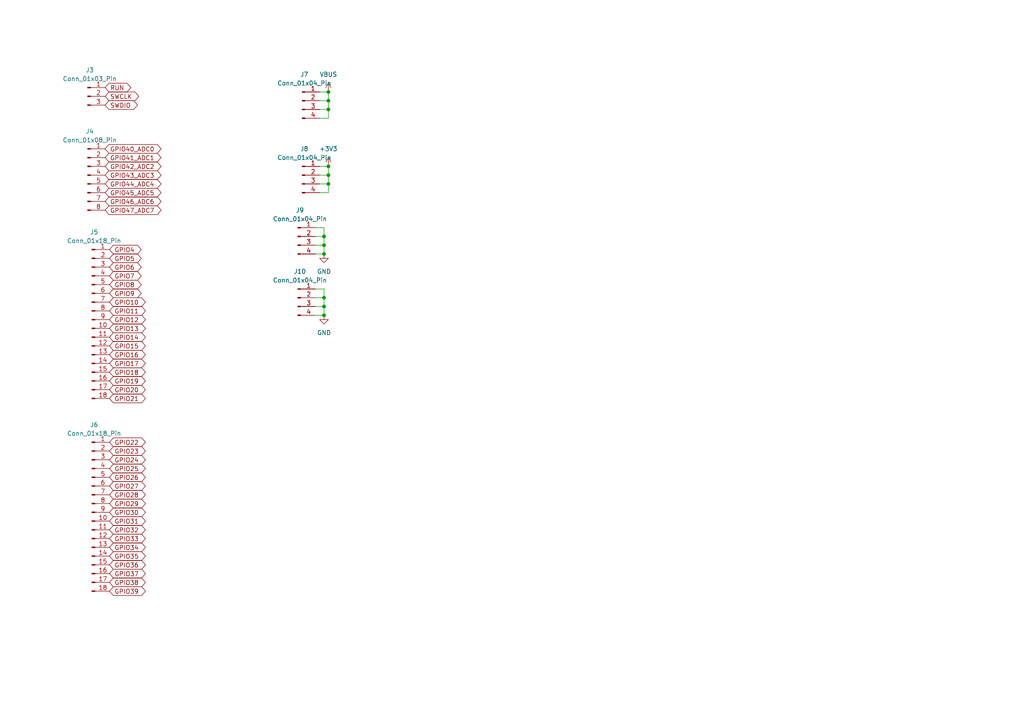
<source format=kicad_sch>
(kicad_sch (version 20250114) (generator "eeschema") (generator_version "9.0")
  (paper "A4")
  (lib_symbols
    (symbol "Connector:Conn_01x03_Pin" (pin_names (offset 1.016) (hide yes))
      (property "Reference" "J" (at 0 5.08 0))
      (property "Value" "Conn_01x03_Pin" (at 0 -5.08 0))
      (symbol "Conn_01x03_Pin_1_1"
        (rectangle (start 0.8636 2.667) (end 0 2.413) (stroke (width 0.1524)) (fill (type outline)))
        (rectangle (start 0.8636 0.127) (end 0 -0.127) (stroke (width 0.1524)) (fill (type outline)))
        (rectangle (start 0.8636 -2.413) (end 0 -2.667) (stroke (width 0.1524)) (fill (type outline)))
        (polyline (pts (xy 1.27 2.54) (xy 0.8636 2.54)) (stroke (width 0.1524)))
        (polyline (pts (xy 1.27 0) (xy 0.8636 0)) (stroke (width 0.1524)))
        (polyline (pts (xy 1.27 -2.54) (xy 0.8636 -2.54)) (stroke (width 0.1524)))
        (pin passive line (at 5.08 2.54 180) (length 3.81) (name "Pin_1") (number "1"))
        (pin passive line (at 5.08 0 180) (length 3.81) (name "Pin_2") (number "2"))
        (pin passive line (at 5.08 -2.54 180) (length 3.81) (name "Pin_3") (number "3"))
      )
    )
    (symbol "Connector:Conn_01x04_Pin" (pin_names (offset 1.016) (hide yes))
      (property "Reference" "J" (at 0 5.08 0))
      (property "Value" "Conn_01x04_Pin" (at 0 -7.62 0))
      (symbol "Conn_01x04_Pin_1_1"
        (rectangle (start 0.8636 2.667) (end 0 2.413) (stroke (width 0.1524)) (fill (type outline)))
        (rectangle (start 0.8636 0.127) (end 0 -0.127) (stroke (width 0.1524)) (fill (type outline)))
        (rectangle (start 0.8636 -2.413) (end 0 -2.667) (stroke (width 0.1524)) (fill (type outline)))
        (rectangle (start 0.8636 -4.953) (end 0 -5.207) (stroke (width 0.1524)) (fill (type outline)))
        (polyline (pts (xy 1.27 2.54) (xy 0.8636 2.54)) (stroke (width 0.1524)))
        (polyline (pts (xy 1.27 0) (xy 0.8636 0)) (stroke (width 0.1524)))
        (polyline (pts (xy 1.27 -2.54) (xy 0.8636 -2.54)) (stroke (width 0.1524)))
        (polyline (pts (xy 1.27 -5.08) (xy 0.8636 -5.08)) (stroke (width 0.1524)))
        (pin passive line (at 5.08 2.54 180) (length 3.81) (name "Pin_1") (number "1"))
        (pin passive line (at 5.08 0 180) (length 3.81) (name "Pin_2") (number "2"))
        (pin passive line (at 5.08 -2.54 180) (length 3.81) (name "Pin_3") (number "3"))
        (pin passive line (at 5.08 -5.08 180) (length 3.81) (name "Pin_4") (number "4"))
      )
    )
    (symbol "Connector:Conn_01x08_Pin" (pin_names (offset 1.016) (hide yes))
      (property "Reference" "J" (at 0 10.16 0))
      (property "Value" "Conn_01x08_Pin" (at 0 -12.7 0))
      (symbol "Conn_01x08_Pin_1_1"
        (rectangle (start 0.8636 7.747) (end 0 7.493) (stroke (width 0.1524)) (fill (type outline)))
        (rectangle (start 0.8636 5.207) (end 0 4.953) (stroke (width 0.1524)) (fill (type outline)))
        (rectangle (start 0.8636 2.667) (end 0 2.413) (stroke (width 0.1524)) (fill (type outline)))
        (rectangle (start 0.8636 0.127) (end 0 -0.127) (stroke (width 0.1524)) (fill (type outline)))
        (rectangle (start 0.8636 -2.413) (end 0 -2.667) (stroke (width 0.1524)) (fill (type outline)))
        (rectangle (start 0.8636 -4.953) (end 0 -5.207) (stroke (width 0.1524)) (fill (type outline)))
        (rectangle (start 0.8636 -7.493) (end 0 -7.747) (stroke (width 0.1524)) (fill (type outline)))
        (rectangle (start 0.8636 -10.033) (end 0 -10.287) (stroke (width 0.1524)) (fill (type outline)))
        (polyline (pts (xy 1.27 7.62) (xy 0.8636 7.62)) (stroke (width 0.1524)))
        (polyline (pts (xy 1.27 5.08) (xy 0.8636 5.08)) (stroke (width 0.1524)))
        (polyline (pts (xy 1.27 2.54) (xy 0.8636 2.54)) (stroke (width 0.1524)))
        (polyline (pts (xy 1.27 0) (xy 0.8636 0)) (stroke (width 0.1524)))
        (polyline (pts (xy 1.27 -2.54) (xy 0.8636 -2.54)) (stroke (width 0.1524)))
        (polyline (pts (xy 1.27 -5.08) (xy 0.8636 -5.08)) (stroke (width 0.1524)))
        (polyline (pts (xy 1.27 -7.62) (xy 0.8636 -7.62)) (stroke (width 0.1524)))
        (polyline (pts (xy 1.27 -10.16) (xy 0.8636 -10.16)) (stroke (width 0.1524)))
        (pin passive line (at 5.08 7.62 180) (length 3.81) (name "Pin_1") (number "1"))
        (pin passive line (at 5.08 5.08 180) (length 3.81) (name "Pin_2") (number "2"))
        (pin passive line (at 5.08 2.54 180) (length 3.81) (name "Pin_3") (number "3"))
        (pin passive line (at 5.08 0 180) (length 3.81) (name "Pin_4") (number "4"))
        (pin passive line (at 5.08 -2.54 180) (length 3.81) (name "Pin_5") (number "5"))
        (pin passive line (at 5.08 -5.08 180) (length 3.81) (name "Pin_6") (number "6"))
        (pin passive line (at 5.08 -7.62 180) (length 3.81) (name "Pin_7") (number "7"))
        (pin passive line (at 5.08 -10.16 180) (length 3.81) (name "Pin_8") (number "8"))
      )
    )
    (symbol "Connector:Conn_01x18_Pin" (pin_names (offset 1.016) (hide yes))
      (property "Reference" "J" (at 0 22.86 0))
      (property "Value" "Conn_01x18_Pin" (at 0 -25.4 0))
      (symbol "Conn_01x18_Pin_1_1"
        (rectangle (start 0.8636 20.447) (end 0 20.193) (stroke (width 0.1524)) (fill (type outline)))
        (rectangle (start 0.8636 17.907) (end 0 17.653) (stroke (width 0.1524)) (fill (type outline)))
        (rectangle (start 0.8636 15.367) (end 0 15.113) (stroke (width 0.1524)) (fill (type outline)))
        (rectangle (start 0.8636 12.827) (end 0 12.573) (stroke (width 0.1524)) (fill (type outline)))
        (rectangle (start 0.8636 10.287) (end 0 10.033) (stroke (width 0.1524)) (fill (type outline)))
        (rectangle (start 0.8636 7.747) (end 0 7.493) (stroke (width 0.1524)) (fill (type outline)))
        (rectangle (start 0.8636 5.207) (end 0 4.953) (stroke (width 0.1524)) (fill (type outline)))
        (rectangle (start 0.8636 2.667) (end 0 2.413) (stroke (width 0.1524)) (fill (type outline)))
        (rectangle (start 0.8636 0.127) (end 0 -0.127) (stroke (width 0.1524)) (fill (type outline)))
        (rectangle (start 0.8636 -2.413) (end 0 -2.667) (stroke (width 0.1524)) (fill (type outline)))
        (rectangle (start 0.8636 -4.953) (end 0 -5.207) (stroke (width 0.1524)) (fill (type outline)))
        (rectangle (start 0.8636 -7.493) (end 0 -7.747) (stroke (width 0.1524)) (fill (type outline)))
        (rectangle (start 0.8636 -10.033) (end 0 -10.287) (stroke (width 0.1524)) (fill (type outline)))
        (rectangle (start 0.8636 -12.573) (end 0 -12.827) (stroke (width 0.1524)) (fill (type outline)))
        (rectangle (start 0.8636 -15.113) (end 0 -15.367) (stroke (width 0.1524)) (fill (type outline)))
        (rectangle (start 0.8636 -17.653) (end 0 -17.907) (stroke (width 0.1524)) (fill (type outline)))
        (rectangle (start 0.8636 -20.193) (end 0 -20.447) (stroke (width 0.1524)) (fill (type outline)))
        (rectangle (start 0.8636 -22.733) (end 0 -22.987) (stroke (width 0.1524)) (fill (type outline)))
        (polyline (pts (xy 1.27 20.32) (xy 0.8636 20.32)) (stroke (width 0.1524)))
        (polyline (pts (xy 1.27 17.78) (xy 0.8636 17.78)) (stroke (width 0.1524)))
        (polyline (pts (xy 1.27 15.24) (xy 0.8636 15.24)) (stroke (width 0.1524)))
        (polyline (pts (xy 1.27 12.7) (xy 0.8636 12.7)) (stroke (width 0.1524)))
        (polyline (pts (xy 1.27 10.16) (xy 0.8636 10.16)) (stroke (width 0.1524)))
        (polyline (pts (xy 1.27 7.62) (xy 0.8636 7.62)) (stroke (width 0.1524)))
        (polyline (pts (xy 1.27 5.08) (xy 0.8636 5.08)) (stroke (width 0.1524)))
        (polyline (pts (xy 1.27 2.54) (xy 0.8636 2.54)) (stroke (width 0.1524)))
        (polyline (pts (xy 1.27 0) (xy 0.8636 0)) (stroke (width 0.1524)))
        (polyline (pts (xy 1.27 -2.54) (xy 0.8636 -2.54)) (stroke (width 0.1524)))
        (polyline (pts (xy 1.27 -5.08) (xy 0.8636 -5.08)) (stroke (width 0.1524)))
        (polyline (pts (xy 1.27 -7.62) (xy 0.8636 -7.62)) (stroke (width 0.1524)))
        (polyline (pts (xy 1.27 -10.16) (xy 0.8636 -10.16)) (stroke (width 0.1524)))
        (polyline (pts (xy 1.27 -12.7) (xy 0.8636 -12.7)) (stroke (width 0.1524)))
        (polyline (pts (xy 1.27 -15.24) (xy 0.8636 -15.24)) (stroke (width 0.1524)))
        (polyline (pts (xy 1.27 -17.78) (xy 0.8636 -17.78)) (stroke (width 0.1524)))
        (polyline (pts (xy 1.27 -20.32) (xy 0.8636 -20.32)) (stroke (width 0.1524)))
        (polyline (pts (xy 1.27 -22.86) (xy 0.8636 -22.86)) (stroke (width 0.1524)))
        (pin passive line (at 5.08 20.32 180) (length 3.81) (name "Pin_1") (number "1"))
        (pin passive line (at 5.08 17.78 180) (length 3.81) (name "Pin_2") (number "2"))
        (pin passive line (at 5.08 15.24 180) (length 3.81) (name "Pin_3") (number "3"))
        (pin passive line (at 5.08 12.7 180) (length 3.81) (name "Pin_4") (number "4"))
        (pin passive line (at 5.08 10.16 180) (length 3.81) (name "Pin_5") (number "5"))
        (pin passive line (at 5.08 7.62 180) (length 3.81) (name "Pin_6") (number "6"))
        (pin passive line (at 5.08 5.08 180) (length 3.81) (name "Pin_7") (number "7"))
        (pin passive line (at 5.08 2.54 180) (length 3.81) (name "Pin_8") (number "8"))
        (pin passive line (at 5.08 0 180) (length 3.81) (name "Pin_9") (number "9"))
        (pin passive line (at 5.08 -2.54 180) (length 3.81) (name "Pin_10") (number "10"))
        (pin passive line (at 5.08 -5.08 180) (length 3.81) (name "Pin_11") (number "11"))
        (pin passive line (at 5.08 -7.62 180) (length 3.81) (name "Pin_12") (number "12"))
        (pin passive line (at 5.08 -10.16 180) (length 3.81) (name "Pin_13") (number "13"))
        (pin passive line (at 5.08 -12.7 180) (length 3.81) (name "Pin_14") (number "14"))
        (pin passive line (at 5.08 -15.24 180) (length 3.81) (name "Pin_15") (number "15"))
        (pin passive line (at 5.08 -17.78 180) (length 3.81) (name "Pin_16") (number "16"))
        (pin passive line (at 5.08 -20.32 180) (length 3.81) (name "Pin_17") (number "17"))
        (pin passive line (at 5.08 -22.86 180) (length 3.81) (name "Pin_18") (number "18"))
      )
    )
    (symbol "power:+3V3" (power) (pin_numbers (hide yes)) (pin_names (offset 0) (hide yes))
      (property "Value" "+3V3" (at 0 3.556 0))
      (symbol "+3V3_0_1"
        (polyline (pts (xy -0.762 1.27) (xy 0 2.54)))
        (polyline (pts (xy 0 2.54) (xy 0.762 1.27)))
        (polyline (pts (xy 0 0) (xy 0 2.54)))
      )
      (symbol "+3V3_1_1"
        (pin power_in line (at 0 0 90) (length 0) (name "~") (number "1"))
      )
    )
    (symbol "power:GND" (power) (pin_numbers (hide yes)) (pin_names (offset 0) (hide yes))
      (property "Value" "GND" (at 0 -3.81 0))
      (symbol "GND_0_1"
        (polyline (pts (xy 0 0) (xy 0 -1.27) (xy 1.27 -1.27) (xy 0 -2.54) (xy -1.27 -1.27) (xy 0 -1.27)))
      )
      (symbol "GND_1_1"
        (pin power_in line (at 0 0 270) (length 0) (name "~") (number "1"))
      )
    )
    (symbol "power:VBUS" (power) (pin_numbers (hide yes)) (pin_names (offset 0) (hide yes))
      (property "Value" "VBUS" (at 0 3.556 0))
      (symbol "VBUS_0_1"
        (polyline (pts (xy -0.762 1.27) (xy 0 2.54)))
        (polyline (pts (xy 0 2.54) (xy 0.762 1.27)))
        (polyline (pts (xy 0 0) (xy 0 2.54)))
      )
      (symbol "VBUS_1_1"
        (pin power_in line (at 0 0 90) (length 0) (name "~") (number "1"))
      )
    )
  )
  (junction (at 95.25 53.34))
  (junction (at 95.25 50.8))
  (junction (at 93.98 86.36))
  (junction (at 95.25 29.21))
  (junction (at 93.98 71.12))
  (junction (at 95.25 48.26))
  (junction (at 93.98 88.9))
  (junction (at 95.25 31.75))
  (junction (at 95.25 26.67))
  (junction (at 93.98 91.44))
  (junction (at 93.98 73.66))
  (junction (at 93.98 68.58))
  (wire (pts (xy 92.71 53.34) (xy 95.25 53.34)))
  (wire (pts (xy 95.25 31.75) (xy 95.25 34.29)))
  (wire (pts (xy 95.25 53.34) (xy 95.25 55.88)))
  (wire (pts (xy 91.44 71.12) (xy 93.98 71.12)))
  (wire (pts (xy 91.44 88.9) (xy 93.98 88.9)))
  (wire (pts (xy 91.44 66.04) (xy 93.98 66.04)))
  (wire (pts (xy 93.98 71.12) (xy 93.98 73.66)))
  (wire (pts (xy 92.71 31.75) (xy 95.25 31.75)))
  (wire (pts (xy 95.25 50.8) (xy 95.25 53.34)))
  (wire (pts (xy 92.71 50.8) (xy 95.25 50.8)))
  (wire (pts (xy 91.44 86.36) (xy 93.98 86.36)))
  (wire (pts (xy 95.25 29.21) (xy 95.25 31.75)))
  (wire (pts (xy 93.98 83.82) (xy 93.98 86.36)))
  (wire (pts (xy 92.71 26.67) (xy 95.25 26.67)))
  (wire (pts (xy 92.71 34.29) (xy 95.25 34.29)))
  (wire (pts (xy 93.98 73.66) (xy 91.44 73.66)))
  (wire (pts (xy 93.98 88.9) (xy 93.98 91.44)))
  (wire (pts (xy 91.44 68.58) (xy 93.98 68.58)))
  (wire (pts (xy 95.25 48.26) (xy 95.25 50.8)))
  (wire (pts (xy 95.25 55.88) (xy 92.71 55.88)))
  (wire (pts (xy 93.98 68.58) (xy 93.98 71.12)))
  (wire (pts (xy 92.71 48.26) (xy 95.25 48.26)))
  (wire (pts (xy 92.71 29.21) (xy 95.25 29.21)))
  (wire (pts (xy 91.44 91.44) (xy 93.98 91.44)))
  (wire (pts (xy 93.98 86.36) (xy 93.98 88.9)))
  (wire (pts (xy 91.44 83.82) (xy 93.98 83.82)))
  (wire (pts (xy 93.98 66.04) (xy 93.98 68.58)))
  (wire (pts (xy 95.25 26.67) (xy 95.25 29.21)))
  (global_label "GPIO6" (shape bidirectional) (at 31.75 77.47 0) (property "Intersheetrefs" "${INTERSHEET_REFS}" (effects (hide yes))))
  (global_label "GPIO15" (shape bidirectional) (at 31.75 100.33 0) (property "Intersheetrefs" "${INTERSHEET_REFS}" (effects (hide yes))))
  (global_label "GPIO31" (shape bidirectional) (at 31.75 151.13 0) (property "Intersheetrefs" "${INTERSHEET_REFS}" (effects (hide yes))))
  (global_label "GPIO12" (shape bidirectional) (at 31.75 92.71 0) (property "Intersheetrefs" "${INTERSHEET_REFS}" (effects (hide yes))))
  (global_label "GPIO47_ADC7" (shape bidirectional) (at 30.48 60.96 0) (property "Intersheetrefs" "${INTERSHEET_REFS}" (effects (hide yes))))
  (global_label "GPIO37" (shape bidirectional) (at 31.75 166.37 0) (property "Intersheetrefs" "${INTERSHEET_REFS}" (effects (hide yes))))
  (global_label "GPIO35" (shape bidirectional) (at 31.75 161.29 0) (property "Intersheetrefs" "${INTERSHEET_REFS}" (effects (hide yes))))
  (global_label "GPIO9" (shape bidirectional) (at 31.75 85.09 0) (property "Intersheetrefs" "${INTERSHEET_REFS}" (effects (hide yes))))
  (global_label "GPIO13" (shape bidirectional) (at 31.75 95.25 0) (property "Intersheetrefs" "${INTERSHEET_REFS}" (effects (hide yes))))
  (global_label "GPIO28" (shape bidirectional) (at 31.75 143.51 0) (property "Intersheetrefs" "${INTERSHEET_REFS}" (effects (hide yes))))
  (global_label "GPIO38" (shape bidirectional) (at 31.75 168.91 0) (property "Intersheetrefs" "${INTERSHEET_REFS}" (effects (hide yes))))
  (global_label "GPIO8" (shape bidirectional) (at 31.75 82.55 0) (property "Intersheetrefs" "${INTERSHEET_REFS}" (effects (hide yes))))
  (global_label "GPIO20" (shape bidirectional) (at 31.75 113.03 0) (property "Intersheetrefs" "${INTERSHEET_REFS}" (effects (hide yes))))
  (global_label "GPIO5" (shape bidirectional) (at 31.75 74.93 0) (property "Intersheetrefs" "${INTERSHEET_REFS}" (effects (hide yes))))
  (global_label "GPIO33" (shape bidirectional) (at 31.75 156.21 0) (property "Intersheetrefs" "${INTERSHEET_REFS}" (effects (hide yes))))
  (global_label "GPIO22" (shape bidirectional) (at 31.75 128.27 0) (property "Intersheetrefs" "${INTERSHEET_REFS}" (effects (hide yes))))
  (global_label "GPIO44_ADC4" (shape bidirectional) (at 30.48 53.34 0) (property "Intersheetrefs" "${INTERSHEET_REFS}" (effects (hide yes))))
  (global_label "SWDIO" (shape bidirectional) (at 30.48 30.48 0) (property "Intersheetrefs" "${INTERSHEET_REFS}" (effects (hide yes))))
  (global_label "GPIO42_ADC2" (shape bidirectional) (at 30.48 48.26 0) (property "Intersheetrefs" "${INTERSHEET_REFS}" (effects (hide yes))))
  (global_label "GPIO19" (shape bidirectional) (at 31.75 110.49 0) (property "Intersheetrefs" "${INTERSHEET_REFS}" (effects (hide yes))))
  (global_label "GPIO24" (shape bidirectional) (at 31.75 133.35 0) (property "Intersheetrefs" "${INTERSHEET_REFS}" (effects (hide yes))))
  (global_label "GPIO4" (shape bidirectional) (at 31.75 72.39 0) (property "Intersheetrefs" "${INTERSHEET_REFS}" (effects (hide yes))))
  (global_label "GPIO46_ADC6" (shape bidirectional) (at 30.48 58.42 0) (property "Intersheetrefs" "${INTERSHEET_REFS}" (effects (hide yes))))
  (global_label "GPIO41_ADC1" (shape bidirectional) (at 30.48 45.72 0) (property "Intersheetrefs" "${INTERSHEET_REFS}" (effects (hide yes))))
  (global_label "RUN" (shape bidirectional) (at 30.48 25.4 0) (property "Intersheetrefs" "${INTERSHEET_REFS}" (effects (hide yes))))
  (global_label "GPIO34" (shape bidirectional) (at 31.75 158.75 0) (property "Intersheetrefs" "${INTERSHEET_REFS}" (effects (hide yes))))
  (global_label "GPIO29" (shape bidirectional) (at 31.75 146.05 0) (property "Intersheetrefs" "${INTERSHEET_REFS}" (effects (hide yes))))
  (global_label "GPIO25" (shape bidirectional) (at 31.75 135.89 0) (property "Intersheetrefs" "${INTERSHEET_REFS}" (effects (hide yes))))
  (global_label "GPIO39" (shape bidirectional) (at 31.75 171.45 0) (property "Intersheetrefs" "${INTERSHEET_REFS}" (effects (hide yes))))
  (global_label "GPIO14" (shape bidirectional) (at 31.75 97.79 0) (property "Intersheetrefs" "${INTERSHEET_REFS}" (effects (hide yes))))
  (global_label "GPIO11" (shape bidirectional) (at 31.75 90.17 0) (property "Intersheetrefs" "${INTERSHEET_REFS}" (effects (hide yes))))
  (global_label "GPIO23" (shape bidirectional) (at 31.75 130.81 0) (property "Intersheetrefs" "${INTERSHEET_REFS}" (effects (hide yes))))
  (global_label "GPIO18" (shape bidirectional) (at 31.75 107.95 0) (property "Intersheetrefs" "${INTERSHEET_REFS}" (effects (hide yes))))
  (global_label "GPIO45_ADC5" (shape bidirectional) (at 30.48 55.88 0) (property "Intersheetrefs" "${INTERSHEET_REFS}" (effects (hide yes))))
  (global_label "SWCLK" (shape bidirectional) (at 30.48 27.94 0) (property "Intersheetrefs" "${INTERSHEET_REFS}" (effects (hide yes))))
  (global_label "GPIO27" (shape bidirectional) (at 31.75 140.97 0) (property "Intersheetrefs" "${INTERSHEET_REFS}" (effects (hide yes))))
  (global_label "GPIO26" (shape bidirectional) (at 31.75 138.43 0) (property "Intersheetrefs" "${INTERSHEET_REFS}" (effects (hide yes))))
  (global_label "GPIO10" (shape bidirectional) (at 31.75 87.63 0) (property "Intersheetrefs" "${INTERSHEET_REFS}" (effects (hide yes))))
  (global_label "GPIO40_ADC0" (shape bidirectional) (at 30.48 43.18 0) (property "Intersheetrefs" "${INTERSHEET_REFS}" (effects (hide yes))))
  (global_label "GPIO17" (shape bidirectional) (at 31.75 105.41 0) (property "Intersheetrefs" "${INTERSHEET_REFS}" (effects (hide yes))))
  (global_label "GPIO30" (shape bidirectional) (at 31.75 148.59 0) (property "Intersheetrefs" "${INTERSHEET_REFS}" (effects (hide yes))))
  (global_label "GPIO32" (shape bidirectional) (at 31.75 153.67 0) (property "Intersheetrefs" "${INTERSHEET_REFS}" (effects (hide yes))))
  (global_label "GPIO36" (shape bidirectional) (at 31.75 163.83 0) (property "Intersheetrefs" "${INTERSHEET_REFS}" (effects (hide yes))))
  (global_label "GPIO21" (shape bidirectional) (at 31.75 115.57 0) (property "Intersheetrefs" "${INTERSHEET_REFS}" (effects (hide yes))))
  (global_label "GPIO43_ADC3" (shape bidirectional) (at 30.48 50.8 0) (property "Intersheetrefs" "${INTERSHEET_REFS}" (effects (hide yes))))
  (global_label "GPIO16" (shape bidirectional) (at 31.75 102.87 0) (property "Intersheetrefs" "${INTERSHEET_REFS}" (effects (hide yes))))
  (global_label "GPIO7" (shape bidirectional) (at 31.75 80.01 0) (property "Intersheetrefs" "${INTERSHEET_REFS}" (effects (hide yes))))
  (symbol (lib_id "Connector:Conn_01x18_Pin") (at 26.67 92.71 0) (unit 1)
    (property "Reference" "J5" (at 27.305 67.31 0))
    (property "Value" "Conn_01x18_Pin" (at 27.305 69.85 0))
    (property "Footprint" "Connector_PinSocket_2.54mm:PinSocket_1x18_P2.54mm_Vertical" (effects (hide yes)))
    (property "Description" "Generic connector, single row, 01x18, script generated" (effects (hide yes)))
  )
  (symbol (lib_id "power:GND") (at 93.98 73.66 0) (unit 1)
    (property "Reference" "#PWR028" (effects (hide yes)))
    (property "Value" "GND" (at 93.98 78.74 0))
    (property "Description" "Power symbol creates a global label with name \"GND\" , ground" (effects (hide yes)))
  )
  (symbol (lib_id "Connector:Conn_01x04_Pin") (at 86.36 86.36 0) (unit 1)
    (property "Reference" "J10" (at 86.995 78.74 0))
    (property "Value" "Conn_01x04_Pin" (at 86.995 81.28 0))
    (property "Footprint" "Connector_PinSocket_2.54mm:PinSocket_1x04_P2.54mm_Vertical" (effects (hide yes)))
    (property "Description" "Generic connector, single row, 01x04, script generated" (effects (hide yes)))
  )
  (symbol (lib_id "power:VBUS") (at 95.25 26.67 0) (unit 1)
    (property "Reference" "#PWR026" (effects (hide yes)))
    (property "Value" "VBUS" (at 95.25 21.59 0))
    (property "Description" "Power symbol creates a global label with name \"VBUS\"" (effects (hide yes)))
  )
  (symbol (lib_id "power:GND") (at 93.98 91.44 0) (unit 1)
    (property "Reference" "#PWR029" (effects (hide yes)))
    (property "Value" "GND" (at 93.98 96.52 0))
    (property "Description" "Power symbol creates a global label with name \"GND\" , ground" (effects (hide yes)))
  )
  (symbol (lib_id "Connector:Conn_01x03_Pin") (at 25.4 27.94 0) (unit 1)
    (property "Reference" "J3" (at 26.035 20.32 0))
    (property "Value" "Conn_01x03_Pin" (at 26.035 22.86 0))
    (property "Footprint" "Connector_PinSocket_2.54mm:PinSocket_1x03_P2.54mm_Vertical" (effects (hide yes)))
    (property "Description" "Generic connector, single row, 01x03, script generated" (effects (hide yes)))
  )
  (symbol (lib_id "Connector:Conn_01x04_Pin") (at 86.36 68.58 0) (unit 1)
    (property "Reference" "J9" (at 86.995 60.96 0))
    (property "Value" "Conn_01x04_Pin" (at 86.995 63.5 0))
    (property "Footprint" "Connector_PinSocket_2.54mm:PinSocket_1x04_P2.54mm_Vertical" (effects (hide yes)))
    (property "Description" "Generic connector, single row, 01x04, script generated" (effects (hide yes)))
  )
  (symbol (lib_id "Connector:Conn_01x18_Pin") (at 26.67 148.59 0) (unit 1)
    (property "Reference" "J6" (at 27.305 123.19 0))
    (property "Value" "Conn_01x18_Pin" (at 27.305 125.73 0))
    (property "Footprint" "Connector_PinSocket_2.54mm:PinSocket_1x18_P2.54mm_Vertical" (effects (hide yes)))
    (property "Description" "Generic connector, single row, 01x18, script generated" (effects (hide yes)))
  )
  (symbol (lib_id "Connector:Conn_01x04_Pin") (at 87.63 29.21 0) (unit 1)
    (property "Reference" "J7" (at 88.265 21.59 0))
    (property "Value" "Conn_01x04_Pin" (at 88.265 24.13 0))
    (property "Footprint" "Connector_PinSocket_2.54mm:PinSocket_1x04_P2.54mm_Vertical" (effects (hide yes)))
    (property "Description" "Generic connector, single row, 01x04, script generated" (effects (hide yes)))
  )
  (symbol (lib_id "power:+3V3") (at 95.25 48.26 0) (unit 1)
    (property "Reference" "#PWR027" (effects (hide yes)))
    (property "Value" "+3V3" (at 95.25 43.18 0))
    (property "Description" "Power symbol creates a global label with name \"+3V3\"" (effects (hide yes)))
  )
  (symbol (lib_id "Connector:Conn_01x08_Pin") (at 25.4 50.8 0) (unit 1)
    (property "Reference" "J4" (at 26.035 38.1 0))
    (property "Value" "Conn_01x08_Pin" (at 26.035 40.64 0))
    (property "Footprint" "Connector_PinSocket_2.54mm:PinSocket_1x08_P2.54mm_Vertical" (effects (hide yes)))
    (property "Description" "Generic connector, single row, 01x08, script generated" (effects (hide yes)))
  )
  (symbol (lib_id "Connector:Conn_01x04_Pin") (at 87.63 50.8 0) (unit 1)
    (property "Reference" "J8" (at 88.265 43.18 0))
    (property "Value" "Conn_01x04_Pin" (at 88.265 45.72 0))
    (property "Footprint" "Connector_PinSocket_2.54mm:PinSocket_1x04_P2.54mm_Vertical" (effects (hide yes)))
    (property "Description" "Generic connector, single row, 01x04, script generated" (effects (hide yes)))
  )
)
</source>
